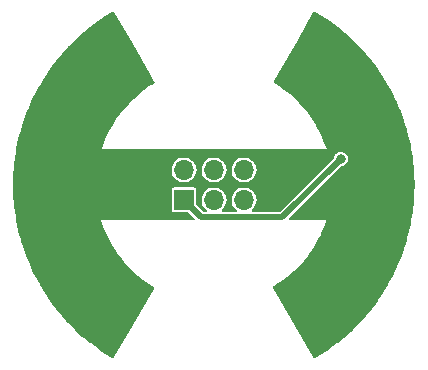
<source format=gbr>
%TF.GenerationSoftware,KiCad,Pcbnew,(6.0.7)*%
%TF.CreationDate,2022-10-08T17:42:11+02:00*%
%TF.ProjectId,Helios_PCB_receiver,48656c69-6f73-45f5-9043-425f72656365,rev?*%
%TF.SameCoordinates,Original*%
%TF.FileFunction,Copper,L2,Bot*%
%TF.FilePolarity,Positive*%
%FSLAX46Y46*%
G04 Gerber Fmt 4.6, Leading zero omitted, Abs format (unit mm)*
G04 Created by KiCad (PCBNEW (6.0.7)) date 2022-10-08 17:42:11*
%MOMM*%
%LPD*%
G01*
G04 APERTURE LIST*
%TA.AperFunction,ComponentPad*%
%ADD10R,1.700000X1.700000*%
%TD*%
%TA.AperFunction,ComponentPad*%
%ADD11O,1.700000X1.700000*%
%TD*%
%TA.AperFunction,ViaPad*%
%ADD12C,0.800000*%
%TD*%
%TA.AperFunction,Conductor*%
%ADD13C,0.500000*%
%TD*%
G04 APERTURE END LIST*
D10*
%TO.P,J0,1,Pin_1*%
%TO.N,VCC*%
X162475000Y-101275000D03*
D11*
%TO.P,J0,2,Pin_2*%
%TO.N,O0*%
X162475000Y-98735000D03*
%TO.P,J0,3,Pin_3*%
%TO.N,O1*%
X165015000Y-101275000D03*
%TO.P,J0,4,Pin_4*%
%TO.N,O3*%
X165015000Y-98735000D03*
%TO.P,J0,5,Pin_5*%
%TO.N,O2*%
X167555000Y-101275000D03*
%TO.P,J0,6,Pin_6*%
%TO.N,GND*%
X167555000Y-98735000D03*
%TD*%
D12*
%TO.N,VCC*%
X175750000Y-97800000D03*
%TD*%
D13*
%TO.N,VCC*%
X170800000Y-102750000D02*
X175750000Y-97800000D01*
X163950000Y-102750000D02*
X170800000Y-102750000D01*
X162475000Y-101275000D02*
X163950000Y-102750000D01*
%TD*%
%TA.AperFunction,NonConductor*%
G36*
X156537535Y-85342499D02*
G01*
X156575992Y-85383874D01*
X158142549Y-88102310D01*
X159583878Y-90603439D01*
X159961250Y-91258291D01*
X159977932Y-91327300D01*
X159954657Y-91394373D01*
X159918083Y-91428532D01*
X159538609Y-91661886D01*
X159537147Y-91662904D01*
X159537143Y-91662907D01*
X159073249Y-91986041D01*
X159073240Y-91986047D01*
X159071768Y-91987073D01*
X158624241Y-92338366D01*
X158622917Y-92339534D01*
X158622909Y-92339540D01*
X158198819Y-92713446D01*
X158198807Y-92713457D01*
X158197487Y-92714621D01*
X158196231Y-92715863D01*
X158196220Y-92715873D01*
X157976497Y-92933098D01*
X157792895Y-93114612D01*
X157411784Y-93537035D01*
X157055396Y-93980515D01*
X156724891Y-94443606D01*
X156723923Y-94445141D01*
X156723918Y-94445148D01*
X156434597Y-94903797D01*
X156421347Y-94924801D01*
X156420477Y-94926372D01*
X156420473Y-94926379D01*
X156154167Y-95407333D01*
X156145752Y-95422530D01*
X155899005Y-95935173D01*
X155778512Y-96227049D01*
X155687193Y-96448258D01*
X155681908Y-96461059D01*
X155681327Y-96462731D01*
X155681324Y-96462739D01*
X155504582Y-96971392D01*
X155495171Y-96998475D01*
X155498968Y-96999674D01*
X155498983Y-96999844D01*
X155498918Y-97000001D01*
X155499017Y-97000240D01*
X155499040Y-97000499D01*
X155499171Y-97000609D01*
X155499236Y-97000766D01*
X155499475Y-97000865D01*
X155499674Y-97001032D01*
X155500043Y-97001000D01*
X155511757Y-97000992D01*
X155511759Y-97000992D01*
X174517277Y-96987594D01*
X174517278Y-96987594D01*
X174542471Y-96987576D01*
X174542836Y-96987608D01*
X174543036Y-96987440D01*
X174543276Y-96987340D01*
X174543340Y-96987184D01*
X174543470Y-96987075D01*
X174543493Y-96986816D01*
X174543592Y-96986575D01*
X174543527Y-96986419D01*
X174543542Y-96986250D01*
X174547357Y-96985045D01*
X174360116Y-96446099D01*
X174142479Y-95918693D01*
X173895153Y-95404541D01*
X173673760Y-95004392D01*
X173619813Y-94906887D01*
X173619804Y-94906872D01*
X173618941Y-94905312D01*
X173314740Y-94422628D01*
X172983538Y-93958055D01*
X172626411Y-93513102D01*
X172587950Y-93470411D01*
X172245719Y-93090548D01*
X172245718Y-93090547D01*
X172244518Y-93089215D01*
X171839099Y-92687770D01*
X171411472Y-92310070D01*
X170963024Y-91957343D01*
X170961546Y-91956311D01*
X170496684Y-91631760D01*
X170496674Y-91631754D01*
X170495211Y-91630732D01*
X170421898Y-91585531D01*
X170114308Y-91395886D01*
X170066820Y-91343109D01*
X170055404Y-91273036D01*
X170071146Y-91225928D01*
X170428303Y-90603439D01*
X172089108Y-87708815D01*
X173422863Y-85384208D01*
X173474113Y-85335076D01*
X173543790Y-85321452D01*
X173597639Y-85339268D01*
X174175542Y-85690844D01*
X174180594Y-85694085D01*
X174846542Y-86144023D01*
X174851434Y-86147500D01*
X175415540Y-86569103D01*
X175415818Y-86569312D01*
X175500246Y-86632776D01*
X175504675Y-86636263D01*
X175737958Y-86828590D01*
X175989069Y-87035616D01*
X175989445Y-87035927D01*
X176131592Y-87154046D01*
X176135755Y-87157662D01*
X176568244Y-87550273D01*
X176568572Y-87550573D01*
X176568634Y-87550629D01*
X176568708Y-87550697D01*
X176737100Y-87705101D01*
X176740982Y-87708816D01*
X177134455Y-88101774D01*
X177134997Y-88102318D01*
X177315375Y-88284668D01*
X177318978Y-88288466D01*
X177680517Y-88685682D01*
X177681125Y-88686355D01*
X177865007Y-88891328D01*
X177868332Y-88895188D01*
X178201750Y-89298530D01*
X178202414Y-89299340D01*
X178384803Y-89523752D01*
X178387852Y-89527658D01*
X178695473Y-89938134D01*
X178696180Y-89939087D01*
X178873505Y-90180403D01*
X178876282Y-90184337D01*
X179159582Y-90602465D01*
X179160145Y-90603306D01*
X179330031Y-90859817D01*
X179332540Y-90863763D01*
X179592175Y-91289284D01*
X179592912Y-91290508D01*
X179674941Y-91428533D01*
X179753293Y-91560371D01*
X179755540Y-91564312D01*
X179992114Y-91997137D01*
X179992875Y-91998550D01*
X180142307Y-92280418D01*
X180144299Y-92284338D01*
X180358214Y-92724279D01*
X180358966Y-92725854D01*
X180496204Y-93018332D01*
X180497942Y-93022204D01*
X180689346Y-93468758D01*
X180690012Y-93470345D01*
X180814162Y-93772390D01*
X180815636Y-93776148D01*
X180893298Y-93984178D01*
X180984578Y-94228688D01*
X180985270Y-94230589D01*
X181095424Y-94540773D01*
X181096687Y-94544516D01*
X181212627Y-94906887D01*
X181243163Y-95002326D01*
X181243805Y-95004392D01*
X181339366Y-95321742D01*
X181340408Y-95325402D01*
X181366035Y-95420960D01*
X181464457Y-95787960D01*
X181465033Y-95790189D01*
X181545431Y-96113482D01*
X181546271Y-96117085D01*
X181647841Y-96583596D01*
X181648337Y-96585988D01*
X181713152Y-96914167D01*
X181713777Y-96917583D01*
X181792842Y-97387364D01*
X181793229Y-97389816D01*
X181817472Y-97554409D01*
X181842143Y-97721907D01*
X181842595Y-97725296D01*
X181857383Y-97848869D01*
X181893520Y-98150849D01*
X181899074Y-98197264D01*
X181899366Y-98199943D01*
X181911060Y-98319509D01*
X181932118Y-98534814D01*
X181932394Y-98538083D01*
X181966294Y-99011676D01*
X181966466Y-99014532D01*
X181982878Y-99350940D01*
X181982992Y-99354079D01*
X181994296Y-99828532D01*
X181994332Y-99831533D01*
X181994332Y-100168467D01*
X181994296Y-100171468D01*
X181982992Y-100645921D01*
X181982878Y-100649060D01*
X181966466Y-100985468D01*
X181966294Y-100988324D01*
X181932394Y-101461917D01*
X181932118Y-101465186D01*
X181906678Y-101725302D01*
X181899369Y-101800030D01*
X181899079Y-101802690D01*
X181875056Y-102003439D01*
X181842595Y-102274704D01*
X181842143Y-102278093D01*
X181829725Y-102362405D01*
X181793229Y-102610184D01*
X181792845Y-102612618D01*
X181713780Y-103082401D01*
X181713152Y-103085833D01*
X181648340Y-103413998D01*
X181648337Y-103414012D01*
X181647844Y-103416390D01*
X181620794Y-103540633D01*
X181546271Y-103882915D01*
X181545431Y-103886518D01*
X181465033Y-104209811D01*
X181464457Y-104212040D01*
X181386675Y-104502077D01*
X181340408Y-104674597D01*
X181339379Y-104678212D01*
X181325145Y-104725484D01*
X181243805Y-104995608D01*
X181243167Y-104997660D01*
X181209893Y-105101661D01*
X181096696Y-105455457D01*
X181095428Y-105459215D01*
X181060317Y-105558085D01*
X180985270Y-105769411D01*
X180984597Y-105771261D01*
X180815636Y-106223852D01*
X180814162Y-106227610D01*
X180690012Y-106529655D01*
X180689346Y-106531242D01*
X180539226Y-106881478D01*
X180497947Y-106977784D01*
X180496204Y-106981668D01*
X180358966Y-107274146D01*
X180358214Y-107275721D01*
X180144299Y-107715662D01*
X180142307Y-107719582D01*
X179992875Y-108001450D01*
X179992114Y-108002863D01*
X179755540Y-108435688D01*
X179753298Y-108439620D01*
X179592951Y-108709427D01*
X179592931Y-108709460D01*
X179592175Y-108710716D01*
X179332540Y-109136237D01*
X179330039Y-109140170D01*
X179160145Y-109396694D01*
X179159582Y-109397535D01*
X178915200Y-109758223D01*
X178876282Y-109815663D01*
X178873505Y-109819597D01*
X178696180Y-110060913D01*
X178695473Y-110061866D01*
X178387852Y-110472342D01*
X178384803Y-110476248D01*
X178202414Y-110700660D01*
X178201750Y-110701470D01*
X177868332Y-111104812D01*
X177865007Y-111108672D01*
X177681125Y-111313645D01*
X177680517Y-111314318D01*
X177318978Y-111711534D01*
X177315375Y-111715332D01*
X177134997Y-111897682D01*
X177134455Y-111898226D01*
X176740982Y-112291184D01*
X176737100Y-112294899D01*
X176568572Y-112449427D01*
X176568244Y-112449727D01*
X176135755Y-112842338D01*
X176131592Y-112845954D01*
X175989449Y-112964070D01*
X175989073Y-112964381D01*
X175504675Y-113363737D01*
X175500246Y-113367224D01*
X175415818Y-113430688D01*
X175415540Y-113430897D01*
X174851434Y-113852500D01*
X174846542Y-113855977D01*
X174180594Y-114305915D01*
X174175542Y-114309156D01*
X173597435Y-114660856D01*
X173528842Y-114679173D01*
X173461235Y-114657498D01*
X173422774Y-114616116D01*
X170038199Y-108742026D01*
X170021521Y-108673016D01*
X170044800Y-108605944D01*
X170081377Y-108571788D01*
X170460906Y-108338432D01*
X170462378Y-108337407D01*
X170462396Y-108337395D01*
X170869867Y-108053596D01*
X170927805Y-108013243D01*
X171205733Y-107795102D01*
X171373986Y-107663044D01*
X171373999Y-107663034D01*
X171375388Y-107661943D01*
X171802195Y-107285676D01*
X171803450Y-107284436D01*
X171803459Y-107284427D01*
X172109713Y-106981680D01*
X172206838Y-106885668D01*
X172587997Y-106463222D01*
X172944429Y-106019716D01*
X173253379Y-105586850D01*
X173273910Y-105558085D01*
X173273913Y-105558081D01*
X173274974Y-105556594D01*
X173459232Y-105264514D01*
X173577597Y-105076885D01*
X173577601Y-105076879D01*
X173578555Y-105075366D01*
X173840155Y-104602929D01*
X173853313Y-104579167D01*
X173853316Y-104579160D01*
X173854181Y-104577599D01*
X174031212Y-104209811D01*
X174100177Y-104066534D01*
X174100181Y-104066526D01*
X174100956Y-104064915D01*
X174318075Y-103538986D01*
X174452168Y-103153080D01*
X174498883Y-103018637D01*
X174504829Y-103001525D01*
X174501032Y-103000326D01*
X174501017Y-103000156D01*
X174501082Y-102999999D01*
X174500983Y-102999760D01*
X174500960Y-102999501D01*
X174500829Y-102999391D01*
X174500764Y-102999234D01*
X174500525Y-102999135D01*
X174500326Y-102998968D01*
X174499957Y-102999000D01*
X172698217Y-103000477D01*
X171489928Y-103001468D01*
X171421791Y-102981522D01*
X171375254Y-102927904D01*
X171365093Y-102857639D01*
X171394533Y-102793034D01*
X171400730Y-102786373D01*
X175755941Y-98431162D01*
X175818253Y-98397136D01*
X175828585Y-98395336D01*
X175906762Y-98385044D01*
X176052841Y-98324536D01*
X176178282Y-98228282D01*
X176274536Y-98102841D01*
X176335044Y-97956762D01*
X176355682Y-97800000D01*
X176335044Y-97643238D01*
X176274536Y-97497159D01*
X176206059Y-97407918D01*
X176183305Y-97378264D01*
X176178282Y-97371718D01*
X176052841Y-97275464D01*
X175906762Y-97214956D01*
X175750000Y-97194318D01*
X175593238Y-97214956D01*
X175447159Y-97275464D01*
X175321718Y-97371718D01*
X175316695Y-97378264D01*
X175293941Y-97407918D01*
X175225464Y-97497159D01*
X175164956Y-97643238D01*
X175157440Y-97700333D01*
X175154665Y-97721409D01*
X175125943Y-97786337D01*
X175118838Y-97794059D01*
X170650302Y-102262595D01*
X170587990Y-102296621D01*
X170561207Y-102299500D01*
X168316000Y-102299500D01*
X168247879Y-102279498D01*
X168201386Y-102225842D01*
X168191282Y-102155568D01*
X168220776Y-102090988D01*
X168238427Y-102074211D01*
X168278095Y-102043219D01*
X168278101Y-102043213D01*
X168282951Y-102039424D01*
X168417564Y-101883472D01*
X168438387Y-101846818D01*
X168516276Y-101709707D01*
X168519323Y-101704344D01*
X168584351Y-101508863D01*
X168610171Y-101304474D01*
X168610583Y-101275000D01*
X168590480Y-101069970D01*
X168530935Y-100872749D01*
X168434218Y-100690849D01*
X168360859Y-100600902D01*
X168307906Y-100535975D01*
X168307903Y-100535972D01*
X168304011Y-100531200D01*
X168286786Y-100516950D01*
X168150025Y-100403811D01*
X168150021Y-100403809D01*
X168145275Y-100399882D01*
X167964055Y-100301897D01*
X167767254Y-100240977D01*
X167761129Y-100240333D01*
X167761128Y-100240333D01*
X167568498Y-100220087D01*
X167568496Y-100220087D01*
X167562369Y-100219443D01*
X167475529Y-100227346D01*
X167363342Y-100237555D01*
X167363339Y-100237556D01*
X167357203Y-100238114D01*
X167159572Y-100296280D01*
X166977002Y-100391726D01*
X166972201Y-100395586D01*
X166972198Y-100395588D01*
X166821254Y-100516950D01*
X166816447Y-100520815D01*
X166684024Y-100678630D01*
X166681056Y-100684028D01*
X166681053Y-100684033D01*
X166674315Y-100696290D01*
X166584776Y-100859162D01*
X166522484Y-101055532D01*
X166521798Y-101061649D01*
X166521797Y-101061653D01*
X166500207Y-101254137D01*
X166499520Y-101260262D01*
X166516759Y-101465553D01*
X166573544Y-101663586D01*
X166576359Y-101669063D01*
X166576360Y-101669066D01*
X166643666Y-101800030D01*
X166667712Y-101846818D01*
X166795677Y-102008270D01*
X166800370Y-102012264D01*
X166800371Y-102012265D01*
X166877076Y-102077546D01*
X166915989Y-102136929D01*
X166916620Y-102207923D01*
X166878768Y-102267988D01*
X166814452Y-102298053D01*
X166795413Y-102299500D01*
X165776000Y-102299500D01*
X165707879Y-102279498D01*
X165661386Y-102225842D01*
X165651282Y-102155568D01*
X165680776Y-102090988D01*
X165698427Y-102074211D01*
X165738095Y-102043219D01*
X165738101Y-102043213D01*
X165742951Y-102039424D01*
X165877564Y-101883472D01*
X165898387Y-101846818D01*
X165976276Y-101709707D01*
X165979323Y-101704344D01*
X166044351Y-101508863D01*
X166070171Y-101304474D01*
X166070583Y-101275000D01*
X166050480Y-101069970D01*
X165990935Y-100872749D01*
X165894218Y-100690849D01*
X165820859Y-100600902D01*
X165767906Y-100535975D01*
X165767903Y-100535972D01*
X165764011Y-100531200D01*
X165746786Y-100516950D01*
X165610025Y-100403811D01*
X165610021Y-100403809D01*
X165605275Y-100399882D01*
X165424055Y-100301897D01*
X165227254Y-100240977D01*
X165221129Y-100240333D01*
X165221128Y-100240333D01*
X165028498Y-100220087D01*
X165028496Y-100220087D01*
X165022369Y-100219443D01*
X164935529Y-100227346D01*
X164823342Y-100237555D01*
X164823339Y-100237556D01*
X164817203Y-100238114D01*
X164619572Y-100296280D01*
X164437002Y-100391726D01*
X164432201Y-100395586D01*
X164432198Y-100395588D01*
X164281254Y-100516950D01*
X164276447Y-100520815D01*
X164144024Y-100678630D01*
X164141056Y-100684028D01*
X164141053Y-100684033D01*
X164134315Y-100696290D01*
X164044776Y-100859162D01*
X163982484Y-101055532D01*
X163981798Y-101061649D01*
X163981797Y-101061653D01*
X163960207Y-101254137D01*
X163959520Y-101260262D01*
X163976759Y-101465553D01*
X164033544Y-101663586D01*
X164036359Y-101669063D01*
X164036360Y-101669066D01*
X164103666Y-101800030D01*
X164127712Y-101846818D01*
X164255677Y-102008270D01*
X164260370Y-102012264D01*
X164260371Y-102012265D01*
X164337076Y-102077546D01*
X164375989Y-102136929D01*
X164376620Y-102207923D01*
X164338768Y-102267988D01*
X164274452Y-102298053D01*
X164255413Y-102299500D01*
X164188793Y-102299500D01*
X164120672Y-102279498D01*
X164099698Y-102262595D01*
X163562405Y-101725302D01*
X163528379Y-101662990D01*
X163525500Y-101636207D01*
X163525500Y-100405252D01*
X163513867Y-100346769D01*
X163469552Y-100280448D01*
X163403231Y-100236133D01*
X163391062Y-100233712D01*
X163391061Y-100233712D01*
X163350816Y-100225707D01*
X163344748Y-100224500D01*
X161605252Y-100224500D01*
X161599184Y-100225707D01*
X161558939Y-100233712D01*
X161558938Y-100233712D01*
X161546769Y-100236133D01*
X161480448Y-100280448D01*
X161436133Y-100346769D01*
X161424500Y-100405252D01*
X161424500Y-102144748D01*
X161436133Y-102203231D01*
X161480448Y-102269552D01*
X161546769Y-102313867D01*
X161558938Y-102316288D01*
X161558939Y-102316288D01*
X161599184Y-102324293D01*
X161605252Y-102325500D01*
X162836207Y-102325500D01*
X162904328Y-102345502D01*
X162925302Y-102362405D01*
X163356013Y-102793116D01*
X163390039Y-102855428D01*
X163384974Y-102926243D01*
X163342427Y-102983079D01*
X163275907Y-103007890D01*
X163267021Y-103008211D01*
X155475779Y-103014599D01*
X155475778Y-103014599D01*
X155450573Y-103014620D01*
X155450209Y-103014588D01*
X155450009Y-103014756D01*
X155449769Y-103014856D01*
X155449705Y-103015012D01*
X155449575Y-103015121D01*
X155449552Y-103015380D01*
X155449453Y-103015621D01*
X155449518Y-103015777D01*
X155449503Y-103015946D01*
X155445685Y-103017152D01*
X155633399Y-103557376D01*
X155851631Y-104086010D01*
X156099670Y-104601332D01*
X156100550Y-104602922D01*
X156100554Y-104602929D01*
X156375833Y-105100083D01*
X156376707Y-105101661D01*
X156681840Y-105585369D01*
X156682897Y-105586850D01*
X156990778Y-106018236D01*
X157014075Y-106050879D01*
X157015198Y-106052276D01*
X157015206Y-106052287D01*
X157369158Y-106492728D01*
X157372329Y-106496674D01*
X157373520Y-106497994D01*
X157373531Y-106498007D01*
X157560704Y-106705466D01*
X157755435Y-106921302D01*
X157756710Y-106922562D01*
X157756721Y-106922574D01*
X157905579Y-107069736D01*
X158162145Y-107323379D01*
X158163467Y-107324545D01*
X158163475Y-107324552D01*
X158585828Y-107696918D01*
X158591134Y-107701596D01*
X158592543Y-107702702D01*
X158592549Y-107702707D01*
X159039573Y-108053596D01*
X159041004Y-108054719D01*
X159042485Y-108055750D01*
X159042495Y-108055758D01*
X159230260Y-108186545D01*
X159510289Y-108381600D01*
X159892296Y-108616503D01*
X159939845Y-108669222D01*
X159951344Y-108739282D01*
X159935465Y-108786745D01*
X158142633Y-111897682D01*
X156575993Y-114616130D01*
X156524649Y-114665164D01*
X156454946Y-114678655D01*
X156401339Y-114660862D01*
X155823222Y-114309156D01*
X155818169Y-114305915D01*
X155152221Y-113855977D01*
X155147329Y-113852500D01*
X154582713Y-113430516D01*
X154582434Y-113430306D01*
X154498553Y-113367252D01*
X154494111Y-113363755D01*
X154009534Y-112964252D01*
X154009158Y-112963941D01*
X153867169Y-112845953D01*
X153863007Y-112842337D01*
X153430497Y-112449707D01*
X153430129Y-112449371D01*
X153261663Y-112294900D01*
X153257805Y-112291209D01*
X152864040Y-111897959D01*
X152863764Y-111897682D01*
X152683422Y-111715367D01*
X152679819Y-111711571D01*
X152520303Y-111536314D01*
X152318066Y-111314121D01*
X152317508Y-111313502D01*
X152133768Y-111108686D01*
X152130443Y-111104826D01*
X151796960Y-110701405D01*
X151796296Y-110700595D01*
X151613970Y-110476262D01*
X151610921Y-110472356D01*
X151303226Y-110061782D01*
X151302519Y-110060829D01*
X151125275Y-109819622D01*
X151122498Y-109815688D01*
X150839259Y-109397651D01*
X150838521Y-109396549D01*
X150668731Y-109140183D01*
X150668711Y-109140153D01*
X150666232Y-109136254D01*
X150406520Y-108710606D01*
X150405831Y-108709460D01*
X150245489Y-108439662D01*
X150243242Y-108435722D01*
X150012322Y-108013243D01*
X150006585Y-108002747D01*
X150005829Y-108001342D01*
X149856471Y-107719612D01*
X149854479Y-107715692D01*
X149640527Y-107275676D01*
X149639775Y-107274101D01*
X149502563Y-106981680D01*
X149500820Y-106977796D01*
X149309452Y-106531326D01*
X149308723Y-106529589D01*
X149184619Y-106227657D01*
X149183115Y-106223822D01*
X149014166Y-105771261D01*
X149013474Y-105769360D01*
X148903348Y-105459254D01*
X148902076Y-105455484D01*
X148755595Y-104997660D01*
X148754953Y-104995594D01*
X148673617Y-104725484D01*
X148659388Y-104678229D01*
X148658345Y-104674566D01*
X148639134Y-104602929D01*
X148534304Y-104212040D01*
X148533731Y-104209821D01*
X148453330Y-103886512D01*
X148452490Y-103882909D01*
X148350918Y-103416390D01*
X148350422Y-103413998D01*
X148285623Y-103085902D01*
X148284982Y-103082401D01*
X148274476Y-103019977D01*
X148205908Y-102612564D01*
X148205529Y-102610160D01*
X148156623Y-102278130D01*
X148156171Y-102274740D01*
X148099683Y-101802690D01*
X148099388Y-101799984D01*
X148066648Y-101465231D01*
X148066372Y-101461962D01*
X148032463Y-100988246D01*
X148032291Y-100985390D01*
X148015886Y-100649132D01*
X148015772Y-100645993D01*
X148004465Y-100171417D01*
X148004429Y-100168416D01*
X148004429Y-99831584D01*
X148004465Y-99828583D01*
X148015772Y-99354007D01*
X148015886Y-99350868D01*
X148032291Y-99014610D01*
X148032463Y-99011754D01*
X148053328Y-98720262D01*
X161419520Y-98720262D01*
X161436759Y-98925553D01*
X161493544Y-99123586D01*
X161496359Y-99129063D01*
X161496360Y-99129066D01*
X161584897Y-99301341D01*
X161587712Y-99306818D01*
X161715677Y-99468270D01*
X161872564Y-99601791D01*
X162052398Y-99702297D01*
X162147238Y-99733113D01*
X162242471Y-99764056D01*
X162242475Y-99764057D01*
X162248329Y-99765959D01*
X162452894Y-99790351D01*
X162459029Y-99789879D01*
X162459031Y-99789879D01*
X162515039Y-99785569D01*
X162658300Y-99774546D01*
X162664230Y-99772890D01*
X162664232Y-99772890D01*
X162850797Y-99720800D01*
X162850796Y-99720800D01*
X162856725Y-99719145D01*
X162862214Y-99716372D01*
X162862220Y-99716370D01*
X163035116Y-99629033D01*
X163040610Y-99626258D01*
X163202951Y-99499424D01*
X163337564Y-99343472D01*
X163358387Y-99306818D01*
X163424458Y-99190511D01*
X163439323Y-99164344D01*
X163504351Y-98968863D01*
X163530171Y-98764474D01*
X163530583Y-98735000D01*
X163529138Y-98720262D01*
X163959520Y-98720262D01*
X163976759Y-98925553D01*
X164033544Y-99123586D01*
X164036359Y-99129063D01*
X164036360Y-99129066D01*
X164124897Y-99301341D01*
X164127712Y-99306818D01*
X164255677Y-99468270D01*
X164412564Y-99601791D01*
X164592398Y-99702297D01*
X164687238Y-99733113D01*
X164782471Y-99764056D01*
X164782475Y-99764057D01*
X164788329Y-99765959D01*
X164992894Y-99790351D01*
X164999029Y-99789879D01*
X164999031Y-99789879D01*
X165055039Y-99785569D01*
X165198300Y-99774546D01*
X165204230Y-99772890D01*
X165204232Y-99772890D01*
X165390797Y-99720800D01*
X165390796Y-99720800D01*
X165396725Y-99719145D01*
X165402214Y-99716372D01*
X165402220Y-99716370D01*
X165575116Y-99629033D01*
X165580610Y-99626258D01*
X165742951Y-99499424D01*
X165877564Y-99343472D01*
X165898387Y-99306818D01*
X165964458Y-99190511D01*
X165979323Y-99164344D01*
X166044351Y-98968863D01*
X166070171Y-98764474D01*
X166070583Y-98735000D01*
X166069138Y-98720262D01*
X166499520Y-98720262D01*
X166516759Y-98925553D01*
X166573544Y-99123586D01*
X166576359Y-99129063D01*
X166576360Y-99129066D01*
X166664897Y-99301341D01*
X166667712Y-99306818D01*
X166795677Y-99468270D01*
X166952564Y-99601791D01*
X167132398Y-99702297D01*
X167227238Y-99733113D01*
X167322471Y-99764056D01*
X167322475Y-99764057D01*
X167328329Y-99765959D01*
X167532894Y-99790351D01*
X167539029Y-99789879D01*
X167539031Y-99789879D01*
X167595039Y-99785569D01*
X167738300Y-99774546D01*
X167744230Y-99772890D01*
X167744232Y-99772890D01*
X167930797Y-99720800D01*
X167930796Y-99720800D01*
X167936725Y-99719145D01*
X167942214Y-99716372D01*
X167942220Y-99716370D01*
X168115116Y-99629033D01*
X168120610Y-99626258D01*
X168282951Y-99499424D01*
X168417564Y-99343472D01*
X168438387Y-99306818D01*
X168504458Y-99190511D01*
X168519323Y-99164344D01*
X168584351Y-98968863D01*
X168610171Y-98764474D01*
X168610583Y-98735000D01*
X168590480Y-98529970D01*
X168530935Y-98332749D01*
X168434218Y-98150849D01*
X168360859Y-98060902D01*
X168307906Y-97995975D01*
X168307903Y-97995972D01*
X168304011Y-97991200D01*
X168262383Y-97956762D01*
X168150025Y-97863811D01*
X168150021Y-97863809D01*
X168145275Y-97859882D01*
X167964055Y-97761897D01*
X167767254Y-97700977D01*
X167761129Y-97700333D01*
X167761128Y-97700333D01*
X167568498Y-97680087D01*
X167568496Y-97680087D01*
X167562369Y-97679443D01*
X167475529Y-97687346D01*
X167363342Y-97697555D01*
X167363339Y-97697556D01*
X167357203Y-97698114D01*
X167159572Y-97756280D01*
X166977002Y-97851726D01*
X166972201Y-97855586D01*
X166972198Y-97855588D01*
X166961971Y-97863811D01*
X166816447Y-97980815D01*
X166684024Y-98138630D01*
X166681056Y-98144028D01*
X166681053Y-98144033D01*
X166631976Y-98233305D01*
X166584776Y-98319162D01*
X166522484Y-98515532D01*
X166521798Y-98521649D01*
X166521797Y-98521653D01*
X166500207Y-98714137D01*
X166499520Y-98720262D01*
X166069138Y-98720262D01*
X166050480Y-98529970D01*
X165990935Y-98332749D01*
X165894218Y-98150849D01*
X165820859Y-98060902D01*
X165767906Y-97995975D01*
X165767903Y-97995972D01*
X165764011Y-97991200D01*
X165722383Y-97956762D01*
X165610025Y-97863811D01*
X165610021Y-97863809D01*
X165605275Y-97859882D01*
X165424055Y-97761897D01*
X165227254Y-97700977D01*
X165221129Y-97700333D01*
X165221128Y-97700333D01*
X165028498Y-97680087D01*
X165028496Y-97680087D01*
X165022369Y-97679443D01*
X164935529Y-97687346D01*
X164823342Y-97697555D01*
X164823339Y-97697556D01*
X164817203Y-97698114D01*
X164619572Y-97756280D01*
X164437002Y-97851726D01*
X164432201Y-97855586D01*
X164432198Y-97855588D01*
X164421971Y-97863811D01*
X164276447Y-97980815D01*
X164144024Y-98138630D01*
X164141056Y-98144028D01*
X164141053Y-98144033D01*
X164091976Y-98233305D01*
X164044776Y-98319162D01*
X163982484Y-98515532D01*
X163981798Y-98521649D01*
X163981797Y-98521653D01*
X163960207Y-98714137D01*
X163959520Y-98720262D01*
X163529138Y-98720262D01*
X163510480Y-98529970D01*
X163450935Y-98332749D01*
X163354218Y-98150849D01*
X163280859Y-98060902D01*
X163227906Y-97995975D01*
X163227903Y-97995972D01*
X163224011Y-97991200D01*
X163182383Y-97956762D01*
X163070025Y-97863811D01*
X163070021Y-97863809D01*
X163065275Y-97859882D01*
X162884055Y-97761897D01*
X162687254Y-97700977D01*
X162681129Y-97700333D01*
X162681128Y-97700333D01*
X162488498Y-97680087D01*
X162488496Y-97680087D01*
X162482369Y-97679443D01*
X162395529Y-97687346D01*
X162283342Y-97697555D01*
X162283339Y-97697556D01*
X162277203Y-97698114D01*
X162079572Y-97756280D01*
X161897002Y-97851726D01*
X161892201Y-97855586D01*
X161892198Y-97855588D01*
X161881971Y-97863811D01*
X161736447Y-97980815D01*
X161604024Y-98138630D01*
X161601056Y-98144028D01*
X161601053Y-98144033D01*
X161551976Y-98233305D01*
X161504776Y-98319162D01*
X161442484Y-98515532D01*
X161441798Y-98521649D01*
X161441797Y-98521653D01*
X161420207Y-98714137D01*
X161419520Y-98720262D01*
X148053328Y-98720262D01*
X148066372Y-98538038D01*
X148066648Y-98534769D01*
X148099388Y-98200016D01*
X148099683Y-98197310D01*
X148156171Y-97725260D01*
X148156623Y-97721870D01*
X148166999Y-97651426D01*
X148205529Y-97389840D01*
X148205908Y-97387436D01*
X148284982Y-96917599D01*
X148285623Y-96914098D01*
X148350422Y-96586002D01*
X148350918Y-96583610D01*
X148452490Y-96117091D01*
X148453330Y-96113488D01*
X148533731Y-95790179D01*
X148534307Y-95787949D01*
X148632727Y-95420960D01*
X148658353Y-95325405D01*
X148659396Y-95321742D01*
X148659397Y-95321741D01*
X148754957Y-95004392D01*
X148755595Y-95002340D01*
X148902076Y-94544516D01*
X148903348Y-94540746D01*
X149013474Y-94230640D01*
X149014166Y-94228739D01*
X149183115Y-93776178D01*
X149184619Y-93772343D01*
X149308723Y-93470411D01*
X149309452Y-93468674D01*
X149500820Y-93022204D01*
X149502563Y-93018320D01*
X149639775Y-92725899D01*
X149640527Y-92724324D01*
X149854479Y-92284308D01*
X149856471Y-92280388D01*
X150005829Y-91998658D01*
X150006590Y-91997244D01*
X150006649Y-91997137D01*
X150243242Y-91564278D01*
X150245489Y-91560338D01*
X150323821Y-91428533D01*
X150405861Y-91290490D01*
X150406520Y-91289395D01*
X150666232Y-90863746D01*
X150668711Y-90859847D01*
X150838529Y-90603439D01*
X150839259Y-90602349D01*
X151122498Y-90184312D01*
X151125275Y-90180378D01*
X151302519Y-89939171D01*
X151303226Y-89938218D01*
X151610921Y-89527644D01*
X151613970Y-89523738D01*
X151796296Y-89299405D01*
X151796960Y-89298595D01*
X152130443Y-88895174D01*
X152133768Y-88891314D01*
X152317508Y-88686498D01*
X152318116Y-88685824D01*
X152318246Y-88685682D01*
X152679819Y-88288429D01*
X152683422Y-88284633D01*
X152739298Y-88228145D01*
X152863772Y-88102310D01*
X152864042Y-88102039D01*
X153257805Y-87708791D01*
X153261663Y-87705100D01*
X153430129Y-87550629D01*
X153430519Y-87550273D01*
X153863012Y-87157658D01*
X153867169Y-87154047D01*
X154009158Y-87036059D01*
X154009534Y-87035748D01*
X154494111Y-86636245D01*
X154498553Y-86632748D01*
X154582434Y-86569694D01*
X154582713Y-86569484D01*
X155147329Y-86147500D01*
X155152221Y-86144023D01*
X155818169Y-85694085D01*
X155823221Y-85690844D01*
X156401335Y-85339141D01*
X156469928Y-85320824D01*
X156537535Y-85342499D01*
G37*
%TD.AperFunction*%
M02*

</source>
